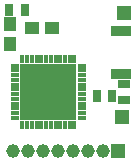
<source format=gts>
G75*
%MOIN*%
%OFA0B0*%
%FSLAX25Y25*%
%IPPOS*%
%LPD*%
%AMOC8*
5,1,8,0,0,1.08239X$1,22.5*
%
%ADD10R,0.04731X0.04337*%
%ADD11R,0.03156X0.03943*%
%ADD12R,0.04600X0.04600*%
%ADD13C,0.04600*%
%ADD14R,0.03943X0.03156*%
%ADD15R,0.04337X0.04731*%
%ADD16R,0.18510X0.18510*%
%ADD17R,0.01187X0.02900*%
%ADD18R,0.02900X0.01187*%
%ADD19R,0.06699X0.03550*%
D10*
X0014302Y0047339D03*
X0020995Y0047339D03*
D11*
X0011940Y0053559D03*
X0006822Y0053559D03*
X0035956Y0024937D03*
X0041074Y0024937D03*
D12*
X0044263Y0017969D03*
X0043160Y0006394D03*
X0044932Y0052575D03*
D13*
X0008160Y0006394D03*
X0013160Y0006394D03*
X0018160Y0006394D03*
X0023160Y0006394D03*
X0028160Y0006394D03*
X0033160Y0006394D03*
X0038160Y0006394D03*
D14*
X0045011Y0023559D03*
X0045011Y0028677D03*
D15*
X0006900Y0042181D03*
X0006900Y0048874D03*
D16*
X0019814Y0026236D03*
D17*
X0020601Y0015213D03*
X0019026Y0015213D03*
X0017452Y0015213D03*
X0015877Y0015213D03*
X0014302Y0015213D03*
X0012727Y0015213D03*
X0011152Y0015213D03*
X0022176Y0015213D03*
X0023751Y0015213D03*
X0025326Y0015213D03*
X0026900Y0015213D03*
X0028475Y0015213D03*
X0028475Y0037260D03*
X0026900Y0037260D03*
X0025326Y0037260D03*
X0023751Y0037260D03*
X0022176Y0037260D03*
X0020601Y0037260D03*
X0019026Y0037260D03*
X0017452Y0037260D03*
X0015877Y0037260D03*
X0014302Y0037260D03*
X0012727Y0037260D03*
X0011152Y0037260D03*
D18*
X0008790Y0034898D03*
X0008790Y0033323D03*
X0008790Y0031748D03*
X0008790Y0030173D03*
X0008790Y0028598D03*
X0008790Y0027024D03*
X0008790Y0025449D03*
X0008790Y0023874D03*
X0008790Y0022299D03*
X0008790Y0020724D03*
X0008790Y0019150D03*
X0008790Y0017575D03*
X0030837Y0017575D03*
X0030837Y0019150D03*
X0030837Y0020724D03*
X0030837Y0022299D03*
X0030837Y0023874D03*
X0030837Y0025449D03*
X0030837Y0027024D03*
X0030837Y0028598D03*
X0030837Y0030173D03*
X0030837Y0031748D03*
X0030837Y0033323D03*
X0030837Y0034898D03*
D19*
X0044105Y0032220D03*
X0044105Y0046394D03*
M02*

</source>
